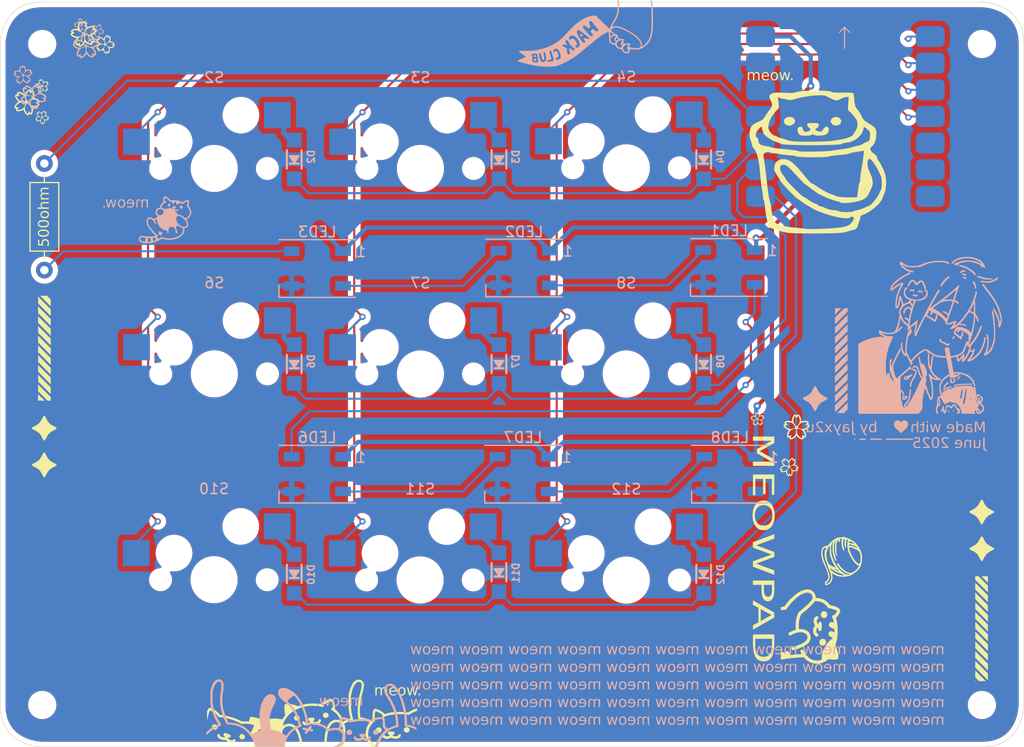
<source format=kicad_pcb>
(kicad_pcb (version 20241229) (generator "pcbnew") (generator_version "9.0")
  (layers (0 "F.Cu" signal) (2 "B.Cu" signal) (13 "F.Paste" user) (15 "B.Paste" user) (5 "F.SilkS" user "F.Silkscreen") (7 "B.SilkS" user "B.Silkscreen") (1 "F.Mask" user) (3 "B.Mask" user) (25 "Edge.Cuts" user))
  (net 0 "")
  (net 1 "ROW0")
  (net 2 "ROW1")
  (net 3 "ROW2")
  (net 4 "+5V")
  (net 5 "GND")
  (net 6 "COL0")
  (net 7 "COL1")
  (net 8 "COL2")
  (net 9 "ENC_A")
  (net 10 "ENC_B")
  (net 11 "ENC_SW")
  (net 12 "RGB")
  (net 13 "Net-(D3-PadA)")
  (net 14 "Net-(D6-PadA)")
  (net 16 "Net-(D2-PadA)")
  (net 17 "Net-(D4-PadA)")
  (net 18 "Net-(D7-PadA)")
  (net 19 "Net-(D8-PadA)")
  (net 20 "Net-(D10-PadA)")
  (net 21 "Net-(D11-PadA)")
  (net 22 "Net-(D12-PadA)")
  (net 23 "COL3")
  (net 24 "Net-(LED1-DIN)")
  (net 25 "Net-(LED2-DIN)")
  (net 27 "Net-(LED7-DOUT)")
  (net 28 "Net-(LED6-DOUT)")
  (net 29 "Net-(LED3-DIN)")
  (net 30 "DOUT0")
  (footprint "LOGO" (layer "F.Cu") (at 161.8 73)
    (property "Reference" "G***" (hide yes))
    (property "Value" "LOGO" (hide yes))
  )
  (footprint "LOGO" (layer "F.Cu") (at 91.873 60.777 10)
    (property "Reference" "G***" (hide yes))
    (property "Value" "LOGO" (hide yes))
  )
  (footprint "LOGO" (layer "F.Cu") (at 156.023 97.527 75)
    (property "Reference" "G***" (hide yes))
    (property "Value" "LOGO" (hide yes))
  )
  (footprint "Resistor_THT:R_Axial_DIN0207_L6.3mm_D2.5mm_P10.16mm_Horizontal" (layer "F.Cu") (at 88.124835 73.166725 -90)
    (property "Reference" "R1" (hide yes))
    (property "Value" "500ohm" (at 5.08 0 90) (layer "F.SilkS"))
    (pad "1" thru_hole circle (at 0 0 270) (size 1.6 1.6) (drill 0.8) (layers "*.Cu" "*.Mask") (net 12 "RGB"))
    (pad "2" thru_hole oval (at 10.16 0 270) (size 1.6 1.6) (drill 0.8) (layers "*.Cu" "*.Mask") (net 29 "Net-(LED3-DIN)"))
  )
  (footprint "JayPad:CherryMX_1.00u_KailhSocket" (layer "F.Cu") (at 104.303 73.637)
    (property "Reference" "S2" (at 0 -8.6625 0) (layer "B.SilkS") (effects (justify mirror)))
    (property "Value" "CherryMX")
    (pad "" np_thru_hole circle (at -5.1 0) (size 1.7 1.7) (drill 1.7) (layers "*.Cu" "*.Mask"))
    (pad "" np_thru_hole circle (at -3.81 -2.54) (size 3 3) (drill 3) (layers "*.Cu" "*.Mask"))
    (pad "" np_thru_hole circle (at 0 0) (size 4 4) (drill 4) (layers "*.Cu" "*.Mask"))
    (pad "" np_thru_hole circle (at 2.54 -5.08) (size 3 3) (drill 3) (layers "*.Cu" "*.Mask"))
    (pad "" np_thru_hole circle (at 5.06 0) (size 1.7 1.7) (drill 1.7) (layers "*.Cu" "*.Mask"))
    (pad "1" smd rect (at -7.41 -2.54) (size 2.55 2.5) (layers "B.Cu" "B.Mask" "B.Paste") (net 7 "COL1"))
    (pad "2" smd rect (at 6.015 -5.08) (size 2.55 2.5) (layers "B.Cu" "B.Mask" "B.Paste") (net 16 "Net-(D2-PadA)"))
  )
  (footprint "LOGO" (layer "F.Cu") (at 159.773 98.277)
    (property "Reference" "G***" (hide yes))
    (property "Value" "LOGO" (hide yes))
  )
  (footprint "LOGO" (layer "F.Cu") (at 159.023 102.027 40)
    (property "Reference" "G***" (hide yes))
    (property "Value" "LOGO" (hide yes))
  )
  (footprint "LOGO" (layer "F.Cu") (at 163.273 117.527 -90)
    (property "Reference" "G***" (hide yes))
    (property "Value" "LOGO" (hide yes))
  )
  (footprint "LOGO" (layer "F.Cu") (at 88.123 98.277)
    (property "Reference" "G***" (hide yes))
    (property "Value" "LOGO" (hide yes))
  )
  (footprint "JayPad:CherryMX_1.00u_KailhSocket" (layer "F.Cu") (at 143.553 112.867)
    (property "Reference" "S12" (at 0 -8.6625 0) (layer "B.SilkS") (effects (justify mirror)))
    (property "Value" "CherryMX")
    (pad "" np_thru_hole circle (at -5.1 0) (size 1.7 1.7) (drill 1.7) (layers "*.Cu" "*.Mask"))
    (pad "" np_thru_hole circle (at -3.81 -2.54) (size 3 3) (drill 3) (layers "*.Cu" "*.Mask"))
    (pad "" np_thru_hole circle (at 0 0) (size 4 4) (drill 4) (layers "*.Cu" "*.Mask"))
    (pad "" np_thru_hole circle (at 2.54 -5.08) (size 3 3) (drill 3) (layers "*.Cu" "*.Mask"))
    (pad "" np_thru_hole circle (at 5.06 0) (size 1.7 1.7) (drill 1.7) (layers "*.Cu" "*.Mask"))
    (pad "1" smd rect (at -7.41 -2.54) (size 2.55 2.5) (layers "B.Cu" "B.Mask" "B.Paste") (net 23 "COL3"))
    (pad "2" smd rect (at 6.015 -5.08) (size 2.55 2.5) (layers "B.Cu" "B.Mask" "B.Paste") (net 22 "Net-(D12-PadA)"))
  )
  (footprint "MountingHole:MountingHole_2.2mm_M2" (layer "F.Cu") (at 177.423 61.777)
    (property "Reference" "REF**" (hide yes))
    (property "Value" "MountingHole_2.2mm_M2" (hide yes))
    (pad "" np_thru_hole circle (at 0 0) (size 2.2 2.2) (drill 2.2) (layers "*.Cu" "*.Mask"))
  )
  (footprint "LOGO" (layer "F.Cu") (at 177.4 110 180)
    (property "Reference" "G***" (hide yes))
    (property "Value" "LOGO" (hide yes))
  )
  (footprint "LOGO" (layer "F.Cu") (at 93.873 61.777 50)
    (property "Reference" "G***" (hide yes))
    (property "Value" "LOGO" (hide yes))
  )
  (footprint "JayPad:CherryMX_1.00u_KailhSocket" (layer "F.Cu") (at 123.943 93.227)
    (property "Reference" "S7" (at 0 -8.6625 0) (layer "B.SilkS") (effects (justify mirror)))
    (property "Value" "CherryMX")
    (pad "" np_thru_hole circle (at -5.1 0) (size 1.7 1.7) (drill 1.7) (layers "*.Cu" "*.Mask"))
    (pad "" np_thru_hole circle (at -3.81 -2.54) (size 3 3) (drill 3) (layers "*.Cu" "*.Mask"))
    (pad "" np_thru_hole circle (at 0 0) (size 4 4) (drill 4) (layers "*.Cu" "*.Mask"))
    (pad "" np_thru_hole circle (at 2.54 -5.08) (size 3 3) (drill 3) (layers "*.Cu" "*.Mask"))
    (pad "" np_thru_hole circle (at 5.06 0) (size 1.7 1.7) (drill 1.7) (layers "*.Cu" "*.Mask"))
    (pad "1" smd rect (at -7.41 -2.54) (size 2.55 2.5) (layers "B.Cu" "B.Mask" "B.Paste") (net 8 "COL2"))
    (pad "2" smd rect (at 6.015 -5.08) (size 2.55 2.5) (layers "B.Cu" "B.Mask" "B.Paste") (net 18 "Net-(D7-PadA)"))
  )
  (footprint "JayPad:CherryMX_1.00u_KailhSocket" (layer "F.Cu") (at 143.543 93.227)
    (property "Reference" "S8" (at 0 -8.6625 0) (layer "B.SilkS") (effects (justify mirror)))
    (property "Value" "CherryMX")
    (pad "" np_thru_hole circle (at -5.1 0) (size 1.7 1.7) (drill 1.7) (layers "*.Cu" "*.Mask"))
    (pad "" np_thru_hole circle (at -3.81 -2.54) (size 3 3) (drill 3) (layers "*.Cu" "*.Mask"))
    (pad "" np_thru_hole circle (at 0 0) (size 4 4) (drill 4) (layers "*.Cu" "*.Mask"))
    (pad "" np_thru_hole circle (at 2.54 -5.08) (size 3 3) (drill 3) (layers "*.Cu" "*.Mask"))
    (pad "" np_thru_hole circle (at 5.06 0) (size 1.7 1.7) (drill 1.7) (layers "*.Cu" "*.Mask"))
    (pad "1" smd rect (at -7.41 -2.54) (size 2.55 2.5) (layers "B.Cu" "B.Mask" "B.Paste") (net 23 "COL3"))
    (pad "2" smd rect (at 6.015 -5.08) (size 2.55 2.5) (layers "B.Cu" "B.Mask" "B.Paste") (net 19 "Net-(D8-PadA)"))
  )
  (footprint "JayPad:CherryMX_1.00u_KailhSocket" (layer "F.Cu") (at 123.943 73.637)
    (property "Reference" "S3" (at 0 -8.6625 0) (layer "B.SilkS") (effects (justify mirror)))
    (property "Value" "CherryMX")
    (pad "" np_thru_hole circle (at -5.1 0) (size 1.7 1.7) (drill 1.7) (layers "*.Cu" "*.Mask"))
    (pad "" np_thru_hole circle (at -3.81 -2.54) (size 3 3) (drill 3) (layers "*.Cu" "*.Mask"))
    (pad "" np_thru_hole circle (at 0 0) (size 4 4) (drill 4) (layers "*.Cu" "*.Mask"))
    (pad "" np_thru_hole circle (at 2.54 -5.08) (size 3 3) (drill 3) (layers "*.Cu" "*.Mask"))
    (pad "" np_thru_hole circle (at 5.06 0) (size 1.7 1.7) (drill 1.7) (layers "*.Cu" "*.Mask"))
    (pad "1" smd rect (at -7.41 -2.54) (size 2.55 2.5) (layers "B.Cu" "B.Mask" "B.Paste") (net 8 "COL2"))
    (pad "2" smd rect (at 6.015 -5.08) (size 2.55 2.5) (layers "B.Cu" "B.Mask" "B.Paste") (net 13 "Net-(D3-PadA)"))
  )
  (footprint "MountingHole:MountingHole_2.2mm_M2" (layer "F.Cu") (at 87.923 61.777)
    (property "Reference" "REF**" (hide yes))
    (property "Value" "MountingHole_2.2mm_M2" (hide yes))
    (pad "" np_thru_hole circle (at 0 0) (size 2.2 2.2) (drill 2.2) (layers "*.Cu" "*.Mask"))
  )
  (footprint "LOGO" (layer "F.Cu") (at 87.873 68.777 115)
    (property "Reference" "G***" (hide yes))
    (property "Value" "LOGO" (hide yes))
  )
  (footprint "LOGO" (layer "F.Cu") (at 177.4 106.5 180)
    (property "Reference" "G***" (hide yes))
    (property "Value" "LOGO" (hide yes))
  )
  (footprint "JayPad:CherryMX_1.00u_KailhSocket" (layer "F.Cu") (at 104.313 93.217)
    (property "Reference" "S6" (at 0 -8.6625 0) (layer "B.SilkS") (effects (justify mirror)))
    (property "Value" "CherryMX")
    (pad "" np_thru_hole circle (at -5.1 0) (size 1.7 1.7) (drill 1.7) (layers "*.Cu" "*.Mask"))
    (pad "" np_thru_hole circle (at -3.81 -2.54) (size 3 3) (drill 3) (layers "*.Cu" "*.Mask"))
    (pad "" np_thru_hole circle (at 0 0) (size 4 4) (drill 4) (layers "*.Cu" "*.Mask"))
    (pad "" np_thru_hole circle (at 2.54 -5.08) (size 3 3) (drill 3) (layers "*.Cu" "*.Mask"))
    (pad "" np_thru_hole circle (at 5.06 0) (size 1.7 1.7) (drill 1.7) (layers "*.Cu" "*.Mask"))
    (pad "1" smd rect (at -7.41 -2.54) (size 2.55 2.5) (layers "B.Cu" "B.Mask" "B.Paste") (net 7 "COL1"))
    (pad "2" smd rect (at 6.015 -5.08) (size 2.55 2.5) (layers "B.Cu" "B.Mask" "B.Paste") (net 14 "Net-(D6-PadA)"))
  )
  (footprint "LOGO" (layer "F.Cu") (at 177.4 117.5 -90)
    (property "Reference" "G***" (hide yes))
    (property "Value" "LOGO" (hide yes))
  )
  (footprint "LOGO" (layer "F.Cu") (at 113.623 125.277)
    (property "Reference" "G***" (hide yes))
    (property "Value" "LOGO" (hide yes))
  )
  (footprint "LOGO" (layer "F.Cu") (at 88.123 101.777)
    (property "Reference" "G***" (hide yes))
    (property "Value" "LOGO" (hide yes))
  )
  (footprint "MountingHole:MountingHole_2.2mm_M2" (layer "F.Cu") (at 177.423 124.777)
    (property "Reference" "REF**" (hide yes))
    (property "Value" "MountingHole_2.2mm_M2" (hide yes))
    (pad "" np_thru_hole circle (at 0 0) (size 2.2 2.2) (drill 2.2) (layers "*.Cu" "*.Mask"))
  )
  (footprint "MountingHole:MountingHole_2.2mm_M2" (layer "F.Cu") (at 87.923 124.777)
    (property "Reference" "REF**" (hide yes))
    (property "Value" "MountingHole_2.2mm_M2" (hide yes))
    (pad "" np_thru_hole circle (at 0 0) (size 2.2 2.2) (drill 2.2) (layers "*.Cu" "*.Mask"))
  )
  (footprint "JayPad:CherryMX_1.00u_KailhSocket" (layer "F.Cu") (at 104.288 112.837)
    (property "Reference" "S10" (at 0 -8.6625 0) (layer "B.SilkS") (effects (justify mirror)))
    (property "Value" "CherryMX")
    (pad "" np_thru_hole circle (at -5.1 0) (size 1.7 1.7) (drill 1.7) (layers "*.Cu" "*.Mask"))
    (pad "" np_thru_hole circle (at -3.81 -2.54) (size 3 3) (drill 3) (layers "*.Cu" "*.Mask"))
    (pad "" np_thru_hole circle (at 0 0) (size 4 4) (drill 4) (layers "*.Cu" "*.Mask"))
    (pad "" np_thru_hole circle (at 2.54 -5.08) (size 3 3) (drill 3) (layers "*.Cu" "*.Mask"))
    (pad "" np_thru_hole circle (at 5.06 0) (size 1.7 1.7) (drill 1.7) (layers "*.Cu" "*.Mask"))
    (pad "1" smd rect (at -7.41 -2.54) (size 2.55 2.5) (layers "B.Cu" "B.Mask" "B.Paste") (net 7 "COL1"))
    (pad "2" smd rect (at 6.015 -5.08) (size 2.55 2.5) (layers "B.Cu" "B.Mask" "B.Paste") (net 20 "Net-(D10-PadA)"))
  )
  (footprint "LOGO" (layer "F.Cu") (at 88.123 90.777 90)
    (property "Reference" "G***" (hide yes))
    (property "Value" "LOGO" (hide yes))
  )
  (footprint "LOGO" (layer "F.Cu") (at 113.559032 125.277 180)
    (property "Reference" "G***" (hide yes))
    (property "Value" "LOGO" (hide yes))
  )
  (footprint "LOGO" (layer "F.Cu") (at 86.373 67.277 50)
    (property "Reference" "G***" (hide yes))
    (property "Value" "LOGO" (hide yes))
  )
  (footprint "LOGO" (layer "F.Cu") (at 87.873 65.777 85)
    (property "Reference" "G***" (hide yes))
    (property "Value" "LOGO" (hide yes))
  )
  (footprint "JayPad:CherryMX_1.00u_KailhSocket" (layer "F.Cu") (at 123.913 112.857)
    (property "Reference" "S11" (at 0 -8.6625 0) (layer "B.SilkS") (effects (justify mirror)))
    (property "Value" "CherryMX")
    (pad "" np_thru_hole circle (at -5.1 0) (size 1.7 1.7) (drill 1.7) (layers "*.Cu" "*.Mask"))
    (pad "" np_thru_hole circle (at -3.81 -2.54) (size 3 3) (drill 3) (layers "*.Cu" "*.Mask"))
    (pad "" np_thru_hole circle (at 0 0) (size 4 4) (drill 4) (layers "*.Cu" "*.Mask"))
    (pad "" np_thru_hole circle (at 2.54 -5.08) (size 3 3) (drill 3) (layers "*.Cu" "*.Mask"))
    (pad "" np_thru_hole circle (at 5.06 0) (size 1.7 1.7) (drill 1.7) (layers "*.Cu" "*.Mask"))
    (pad "1" smd rect (at -7.41 -2.54) (size 2.55 2.5) (layers "B.Cu" "B.Mask" "B.Paste") (net 8 "COL2"))
    (pad "2" smd rect (at 6.015 -5.08) (size 2.55 2.5) (layers "B.Cu" "B.Mask" "B.Paste") (net 21 "Net-(D11-PadA)"))
  )
  (footprint "JayPad:CherryMX_1.00u_KailhSocket" (layer "F.Cu") (at 143.553 73.577)
    (property "Reference" "S4" (at 0 -8.6625 0) (layer "B.SilkS") (effects (justify mirror)))
    (property "Value" "CherryMX")
    (pad "" np_thru_hole circle (at -5.1 0) (size 1.7 1.7) (drill 1.7) (layers "*.Cu" "*.Mask"))
    (pad "" np_thru_hole circle (at -3.81 -2.54) (size 3 3) (drill 3) (layers "*.Cu" "*.Mask"))
    (pad "" np_thru_hole circle (at 0 0) (size 4 4) (drill 4) (layers "*.Cu" "*.Mask"))
    (pad "" np_thru_hole circle (at 2.54 -5.08) (size 3 3) (drill 3) (layers "*.Cu" "*.Mask"))
    (pad "" np_thru_hole circle (at 5.06 0) (size 1.7 1.7) (drill 1.7) (layers "*.Cu" "*.Mask"))
    (pad "1" smd rect (at -7.41 -2.54) (size 2.55 2.5) (layers "B.Cu" "B.Mask" "B.Paste") (net 23 "COL3"))
    (pad "2" smd rect (at 6.015 -5.08) (size 2.55 2.5) (layers "B.Cu" "B.Mask" "B.Paste") (net 17 "Net-(D4-PadA)"))
  )
  (footprint "LOGO" (layer "F.Cu") (at 164.073 111.027 -90)
    (property "Reference" "G***" (hide yes))
    (property "Value" "LOGO" (hide yes))
  )
  (footprint "JayPad:MICROBUILDER_SOD-123" (layer "B.Cu") (at 131.423 72.777 -90)
    (property "Reference" "D3" (at -1 -2 90) (layer "B.SilkS") (effects (font (size 0.666496 0.666496) (thickness 0.146304)) (justify left bottom mirror)))
    (property "Value" "1N4148W" (hide yes))
    (pad "A" smd rect (at -1.85 0) (size 1.4 1.4) (layers "B.Cu" "B.Mask" "B.Paste") (net 13 "Net-(D3-PadA)"))
    (pad "C" smd rect (at 1.85 0) (size 1.4 1.4) (layers "B.Cu" "B.Mask" "B.Paste") (net 1 "ROW0"))
  )
  (footprint "JayPad:MOUDLE14P-SMD-2.54-21X17.8MM" (layer "B.Cu") (at 173.3405 79.182 180)
    (property "Reference" "M1" (hide yes))
    (property "Value" "MOUDLE-SEEEDUINO-XIAO" (hide yes))
    (pad "1" smd roundrect (at 0.835 18.12 180) (size 2.75 2) (layers "B.Cu" "B.Mask" "B.Paste") (net 6 "COL0"))
    (pad "2" smd roundrect (at 0.835 15.58 180) (size 2.75 2) (layers "B.Cu" "B.Mask" "B.Paste") (net 7 "COL1"))
    (pad "3" smd roundrect (at 0.835 13.04 180) (size 2.75 2) (layers "B.Cu" "B.Mask" "B.Paste") (net 8 "COL2"))
    (pad "4" smd roundrect (at 0.835 10.5 180) (size 2.75 2) (layers "B.Cu" "B.Mask" "B.Paste") (net 23 "COL3"))
    (pad "5" smd roundrect (at 0.835 7.96 180) (size 2.75 2) (layers "B.Cu" "B.Mask" "B.Paste") (net 11 "ENC_SW"))
    (pad "6" smd roundrect (at 0.835 5.42 180) (size 2.75 2) (layers "B.Cu" "B.Mask" "B.Paste") (net 9 "ENC_A"))
    (pad "7" smd roundrect (at 0.835 2.88 180) (size 2.75 2) (layers "B.Cu" "B.Mask" "B.Paste") (net 10 "ENC_B"))
    (pad "8" smd roundrect (at 17 2.88 180) (size 2.75 2) (layers "B.Cu" "B.Mask" "B.Paste") (net 3 "ROW2"))
    (pad "9" smd roundrect (at 17 5.42 180) (size 2.75 2) (layers "B.Cu" "B.Mask" "B.Paste") (net 2 "ROW1"))
    (pad "10" smd roundrect (at 17 7.96 180) (size 2.75 2) (layers "B.Cu" "B.Mask" "B.Paste") (net 1 "ROW0"))
    (pad "11" smd roundrect (at 17 10.5 180) (size 2.75 2) (layers "B.Cu" "B.Mask" "B.Paste") (net 12 "RGB"))
    (pad "12" smd roundrect (at 17 13.04 180) (size 2.75 2) (layers "B.Cu" "B.Mask" "B.Paste"))
    (pad "13" smd roundrect (at 17 15.58 180) (size 2.75 2) (layers "B.Cu" "B.Mask" "B.Paste") (net 5 "GND"))
    (pad "14" smd roundrect (at 17 18.12 180) (size 2.75 2) (layers "B.Cu" "B.Mask" "B.Paste") (net 4 "+5V"))
  )
  (footprint "LOGO" (layer "B.Cu") (at 173.15484 89.515131 180)
    (property "Reference" "G***" (hide yes))
    (property "Value" "LOGO" (hide yes))
  )
  (footprint "JayPad:MICROBUILDER_SOD-123" (layer "B.Cu") (at 150.923 112.277 -90)
    (property "Reference" "D12" (at -1 -2 90) (layer "B.SilkS") (effects (font (size 0.666496 0.666496) (thickness 0.146304)) (justify left bottom mirror)))
    (property "Value" "1N4148W" (hide yes))
    (pad "A" smd rect (at -1.85 0) (size 1.4 1.4) (layers "B.Cu" "B.Mask" "B.Paste") (net 22 "Net-(D12-PadA)"))
    (pad "C" smd rect (at 1.85 0) (size 1.4 1.4) (layers "B.Cu" "B.Mask" "B.Paste") (net 3 "ROW2"))
  )
  (footprint "LOGO" (layer "B.Cu") (at 99.623 78.527 180)
    (property "Reference" "G***" (hide yes))
    (property "Value" "LOGO" (hide yes))
  )
  (footprint "LOGO" (layer "B.Cu") (at 164.023 91.9524 -90)
    (property "Reference" "G***" (hide yes))
    (property "Value" "LOGO" (hide yes))
  )
  (footprint "LOGO" (layer "B.Cu") (at 87.123 66.777 80)
    (property "Reference" "G***" (hide yes))
    (property "Value" "LOGO" (hide yes))
  )
  (footprint "LOGO" (layer "B.Cu") (at 161.523 95.4524 180)
    (property "Reference" "G***" (hide yes))
    (property "Value" "LOGO" (hide yes))
  )
  (footprint "LED_SMD:LED_WS2812B_PLCC4_5.0x5.0mm_P3.2mm" (layer "B.Cu") (at 114.123 102.777 180)
    (property "Reference" "LED6" (at 0 3.5 0) (layer "B.SilkS") (effects (justify mirror)))
    (property "Value" "WS2812B" (hide yes))
    (fp_text user "1" (at -4.15 1.6 0) (layer "B.SilkS") (effects (justify mirror)))
    (pad "1" smd rect (at -2.45 1.65 180) (size 1.5 0.9) (layers "B.Cu" "B.Mask" "B.Paste") (net 4 "+5V"))
    (pad "2" smd rect (at -2.45 -1.65 180) (size 1.5 0.9) (layers "B.Cu" "B.Mask" "B.Paste") (net 28 "Net-(LED6-DOUT)"))
    (pad "3" smd rect (at 2.45 -1.65 180) (size 1.5 0.9) (layers "B.Cu" "B.Mask" "B.Paste") (net 5 "GND"))
    (pad "4" smd rect (at 2.45 1.65 180) (size 1.5 0.9) (layers "B.Cu" "B.Mask" "B.Paste") (net 30 "DOUT0"))
  )
  (footprint "JayPad:MICROBUILDER_SOD-123" (layer "B.Cu") (at 111.923 72.777 -90)
    (property "Reference" "D2" (at -1 -2 90) (layer "B.SilkS") (effects (font (size 0.666496 0.666496) (thickness 0.146304)) (justify left bottom mirror)))
    (property "Value" "1N4148W" (hide yes))
    (pad "A" smd rect (at -1.85 0) (size 1.4 1.4) (layers "B.Cu" "B.Mask" "B.Paste") (net 16 "Net-(D2-PadA)"))
    (pad "C" smd rect (at 1.85 0) (size 1.4 1.4) (layers "B.Cu" "B.Mask" "B.Paste") (net 1 "ROW0"))
  )
  (footprint "JayPad:MICROBUILDER_SOD-123" (layer "B.Cu") (at 111.923 112.277 -90)
    (property "Reference" "D10" (at -1 -2 90) (layer "B.SilkS") (effects (font (size 0.666496 0.666496) (thickness 0.146304)) (justify left bottom mirror)))
    (property "Value" "1N4148W" (hide yes))
    (pad "A" smd rect (at -1.85 0) (size 1.4 1.4) (layers "B.Cu" "B.Mask" "B.Paste") (net 20 "Net-(D10-PadA)"))
    (pad "C" smd rect (at 1.85 0) (size 1.4 1.4) (layers "B.Cu" "B.Mask" "B.Paste") (net 3 "ROW2"))
  )
  (footprint "LOGO" (layer "B.Cu") (at 93.11015 60.527 -65)
    (property "Reference" "G***" (hide yes))
    (property "Value" "LOGO" (hide yes))
  )
  (footprint "LED_SMD:LED_WS2812B_PLCC4_5.0x5.0mm_P3.2mm" (layer "B.Cu") (at 153.323 83.077 180)
    (property "Reference" "LED1" (at 0 3.5 0) (layer "B.SilkS") (effects (justify mirror)))
    (property "Value" "WS2812B" (hide yes))
    (fp_text user "1" (at -4.15 1.6 0) (layer "B.SilkS") (effects (justify mirror)))
    (pad "1" smd rect (at -2.45 1.65 180) (size 1.5 0.9) (layers "B.Cu" "B.Mask" "B.Paste") (net 4 "+5V"))
    (pad "2" smd rect (at -2.45 -1.65 180) (size 1.5 0.9) (layers "B.Cu" "B.Mask" "B.Paste") (net 30 "DOUT0"))
    (pad "3" smd rect (at 2.45 -1.65 180) (size 1.5 0.9) (layers "B.Cu" "B.Mask" "B.Paste") (net 5 "GND"))
    (pad "4" smd rect (at 2.45 1.65 180) (size 1.5 0.9) (layers "B.Cu" "B.Mask" "B.Paste") (net 24 "Net-(LED1-DIN)"))
  )
  (footprint "LOGO" (layer "B.Cu") (at 139.673 61.227 180)
    (property "Reference" "G***" (hide yes))
    (property "Value" "LOGO" (hide yes))
  )
  (footprint "JayPad:MICROBUILDER_SOD-123" (layer "B.Cu") (at 150.923 72.777 -90)
    (property "Reference" "D4" (at -1 -2 90) (layer "B.SilkS") (effects (font (size 0.666496 0.666496) (thickness 0.146304)) (justify left bottom mirror)))
    (property "Value" "1N4148W" (hide yes))
    (pad "A" smd rect (at -1.85 0) (size 1.4 1.4) (layers "B.Cu" "B.Mask" "B.Paste") (net 17 "Net-(D4-PadA)"))
    (pad "C" smd rect (at 1.85 0) (size 1.4 1.4) (layers "B.Cu" "B.Mask" "B.Paste") (net 1 "ROW0"))
  )
  (footprint "JayPad:MICROBUILDER_SOD-123" (layer "B.Cu") (at 131.423 92.277 -90)
    (property "Reference" "D7" (at -1 -2 90) (layer "B.SilkS") (effects (font (size 0.666496 0.666496) (thickness 0.146304)) (justify left bottom mirror)))
    (property "Value" "1N4148W" (hide yes))
    (pad "A" smd rect (at -1.85 0) (size 1.4 1.4) (layers "B.Cu" "B.Mask" "B.Paste") (net 18 "Net-(D7-PadA)"))
    (pad "C" smd rect (at 1.85 0) (size 1.4 1.4) (layers "B.Cu" "B.Mask" "B.Paste") (net 2 "ROW1"))
  )
  (footprint "LOGO" (layer "B.Cu") (at 86.123 64.777 40)
    (property "Reference" "G***" (hide yes))
    (property "Value" "LOGO" (hide yes))
  )
  (footprint "LED_SMD:LED_WS2812B_PLCC4_5.0x5.0mm_P3.2mm" (layer "B.Cu") (at 114.123 83.177 180)
    (property "Reference" "LED3" (at 0 3.5 0) (layer "B.SilkS") (effects (justify mirror)))
    (property "Value" "WS2812B" (hide yes))
    (fp_text user "1" (at -4.15 1.6 0) (layer "B.SilkS") (effects (justify mirror)))
    (pad "1" smd rect (at -2.45 1.65 180) (size 1.5 0.9) (layers "B.Cu" "B.Mask" "B.Paste") (net 4 "+5V"))
    (pad "2" smd rect (at -2.45 -1.65 180) (size 1.5 0.9) (layers "B.Cu" "B.Mask" "B.Paste") (net 25 "Net-(LED2-DIN)"))
    (pad "3" smd rect (at 2.45 -1.65 180) (size 1.5 0.9) (layers "B.Cu" "B.Mask" "B.Paste") (net 5 "GND"))
    (pad "4" smd rect (at 2.45 1.65 180) (size 1.5 0.9) (layers "B.Cu" "B.Mask" "B.Paste") (net 29 "Net-(LED3-DIN)"))
  )
  (footprint "LED_SMD:LED_WS2812B_PLCC4_5.0x5.0mm_P3.2mm" (layer "B.Cu") (at 133.723 102.777 180)
    (property "Reference" "LED7" (at 0 3.5 0) (layer "B.SilkS") (effects (justify mirror)))
    (property "Value" "WS2812B" (hide yes))
    (fp_text user "1" (at -4.15 1.6 0) (layer "B.SilkS") (effects (justify mirror)))
    (pad "1" smd rect (at -2.45 1.65 180) (size 1.5 0.9) (layers "B.Cu" "B.Mask" "B.Paste") (net 4 "+5V"))
    (pad "2" smd rect (at -2.45 -1.65 180) (size 1.5 0.9) (layers "B.Cu" "B.Mask" "B.Paste") (net 27 "Net-(LED7-DOUT)"))
    (pad "3" smd rect (at 2.45 -1.65 180) (size 1.5 0.9) (layers "B.Cu" "B.Mask" "B.Paste") (net 5 "GND"))
    (pad "4" smd rect (at 2.45 1.65 180) (size 1.5 0.9) (layers "B.Cu" "B.Mask" "B.Paste") (net 28 "Net-(LED6-DOUT)"))
  )
  (footprint "LOGO" (layer "B.Cu") (at 169.723 98.2524 180)
    (property "Reference" "G***" (hide yes))
    (property "Value" "LOGO" (hide yes))
  )
  (footprint "JayPad:MICROBUILDER_SOD-123" (layer "B.Cu") (at 131.423 112.127 -90)
    (property "Reference" "D11" (at -1 -2 90) (layer "B.SilkS") (effects (font (size 0.666496 0.666496) (thickness 0.146304)) (justify left bottom mirror)))
    (property "Value" "1N4148W" (hide yes))
    (pad "A" smd rect (at -1.85 0) (size 1.4 1.4) (layers "B.Cu" "B.Mask" "B.Paste") (net 21 "Net-(D11-PadA)"))
    (pad "C" smd rect (at 1.85 0) (size 1.4 1.4) (layers "B.Cu" "B.Mask" "B.Paste") (net 3 "ROW2"))
  )
  (footprint "LOGO" (layer "B.Cu") (at 92.123 62.027 40)
    (property "Reference" "G***" (hide yes))
    (property "Value" "LOGO" (hide yes))
  )
  (footprint "LED_SMD:LED_WS2812B_PLCC4_5.0x5.0mm_P3.2mm" (layer "B.Cu") (at 153.423 102.777 180)
    (property "Reference" "LED8" (at 0 3.5 0) (layer "B.SilkS") (effects (justify mirror)))
    (property "Value" "WS2812B" (hide yes))
    (fp_text user "1" (at -4.15 1.6 0) (layer "B.SilkS") (effects (justify mirror)))
    (pad "1" smd rect (at -2.45 1.65 180) (size 1.5 0.9) (layers "B.Cu" "B.Mask" "B.Paste") (net 4 "+5V"))
    (pad "2" smd rect (at -2.45 -1.65 180) (size 1.5 0.9) (layers "B.Cu" "B.Mask" "B.Paste"))
    (pad "3" smd rect (at 2.45 -1.65 180) (size 1.5 0.9) (layers "B.Cu" "B.Mask" "B.Paste") (net 5 "GND"))
    (pad "4" smd rect (at 2.45 1.65 180) (size 1.5 0.9) (layers "B.Cu" "B.Mask" "B.Paste") (net 27 "Net-(LED7-DOUT)"))
  )
  (footprint "LED_SMD:LED_WS2812B_PLCC4_5.0x5.0mm_P3.2mm" (layer "B.Cu") (at 133.823 83.127 180)
    (property "Reference" "LED2" (at 0 3.45 0) (layer "B.SilkS") (effects (justify mirror)))
    (property "Value" "WS2812B" (hide yes))
    (fp_text user "1" (at -4.15 1.6 0) (layer "B.SilkS") (effects (justify mirror)))
    (pad "1" smd rect (at -2.45 1.65 180) (size 1.5 0.9) (layers "B.Cu" "B.Mask" "B.Paste") (net 4 "+5V"))
    (pad "2" smd rect (at -2.45 -1.65 180) (size 1.5 0.9) (layers "B.Cu" "B.Mask" "B.Paste") (net 24 "Net-(LED1-DIN)"))
    (pad "3" smd rect (at 2.45 -1.65 180) (size 1.5 0.9) (layers "B.Cu" "B.Mask" "B.Paste") (net 5 "GND"))
    (pad "4" smd rect (at 2.45 1.65 180) (size 1.5 0.9) (layers "B.Cu" "B.Mask" "B.Paste") (net 25 "Net-(LED2-DIN)"))
  )
  (footprint "LOGO" (layer "B.Cu") (at 91.61015 60.027 -25)
    (property "Reference" "G***" (hide yes))
    (property "Value" "LOGO" (hide yes))
  )
  (footprint "JayPad:MICROBUILDER_SOD-123" (layer "B.Cu") (at 150.923 92.277 -90)
    (property "Reference" "D8" (at -1 -2 90) (layer "B.SilkS") (effects (font (size 0.666496 0.666496) (thickness 0.146304)) (justify left bottom mirror)))
    (property "Value" "1N4148W" (hide yes))
    (pad "A" smd rect (at -1.85 0) (size 1.4 1.4) (layers "B.Cu" "B.Mask" "B.Paste") (net 19 "Net-(D8-PadA)"))
    (pad "C" smd rect (at 1.85 0) (size 1.4 1.4) (layers "B.Cu" "B.Mask" "B.Paste") (net 2 "ROW1"))
  )
  (footprint "JayPad:MICROBUILDER_SOD-123" (layer "B.Cu") (at 111.923 92.277 -90)
    (property "Reference" "D6" (at -1 -2 90) (layer "B.SilkS") (effects (font (size 0.666496 0.666496) (thickness 0.146304)) (justify left bottom mirror)))
    (property "Value" "1N4148W" (hide yes))
    (pad "A" smd rect (at -1.85 0) (size 1.4 1.4) (layers "B.Cu" "B.Mask" "B.Paste") (net 14 "Net-(D6-PadA)"))
    (pad "C" smd rect (at 1.85 0) (size 1.4 1.4) (layers "B.Cu" "B.Mask" "B.Paste") (net 2 "ROW1"))
  )
  (gr_rect (start 165.823 99.427) (end 166.323 99.4524) (stroke (width 0.1)) (fill no) (layer "B.SilkS"))
  (gr_rect (start 168.323 99.427) (end 170.823 99.4524) (stroke (width 0.1)) (fill no) (layer "B.SilkS"))
  (gr_rect (start 165.2976 99.427) (end 165.323 99.4524) (stroke (width 0.1)) (fill no) (layer "B.SilkS"))
  (gr_rect (start 166.823 99.427) (end 167.823 99.4524) (stroke (width 0.1)) (fill no) (layer "B.SilkS"))
  (gr_line (start 83.923 124.777) (end 83.923 61.777) (stroke (width 0.05)) (layer "Edge.Cuts"))
  (gr_line (start 181.423 124.777) (end 181.423 61.777) (stroke (width 0.05)) (layer "Edge.Cuts"))
  (gr_curve (pts (xy 83.923 124.777) (xy 83.923 128.777) (xy 87.923 128.777) (xy 87.923 128.777)) (stroke (width 0.05)) (layer "Edge.Cuts"))
  (gr_curve (pts (xy 87.923 57.777) (xy 83.923 57.777) (xy 83.923 61.777) (xy 83.923 61.777)) (stroke (width 0.05)) (layer "Edge.Cuts"))
  (gr_line (start 177.423 57.777) (end 87.923 57.777) (stroke (width 0.05)) (layer "Edge.Cuts"))
  (gr_line (start 87.923 128.777) (end 177.423 128.777) (stroke (width 0.05)) (layer "Edge.Cuts"))
  (gr_curve (pts (xy 177.423 128.777) (xy 181.423 128.777) (xy 181.423 124.777) (xy 181.423 124.777)) (stroke (width 0.05)) (layer "Edge.Cuts"))
  (gr_curve (pts (xy 181.423 61.777) (xy 181.423 57.777) (xy 177.423 57.777) (xy 177.423 57.777)) (stroke (width 0.05)) (layer "Edge.Cuts"))
  (gr_text "meow." (at 119.523 124.027 0) (layer "F.SilkS") (effects (font (size 1 1)) (justify left bottom)))
  (gr_text "MEOWPAD" (at 155.273 98.777 270) (layer "F.SilkS") (effects (font (size 2 3)) (justify left bottom)))
  (gr_text "meow." (at 155 65.4 0) (layer "F.SilkS") (effects (font (size 1 1)) (justify left bottom)))
  (gr_text "meow meow meow meow meow meow meow meow meow meow meow\nmeow meow meow meow meow meow meow meow meow meow meow\nmeow meow meow meow meow meow meow meow meow meow meow\nmeow meow meow meow meow meow meow meow meow meow meow\nmeow meow meow meow meow meow meow meow meow meow meow" (at 173.873 126.827 0) (layer "B.SilkS") (effects (font (size 1 1)) (justify left bottom mirror)))
  (gr_text "Made with       by Jayx2u" (at 177.823 98.9524 0) (layer "B.SilkS") (effects (font (size 1 1) (thickness 0.1)) (justify left bottom mirror)))
  (gr_text "meow." (at 98.123 77.527 0) (layer "B.SilkS") (effects (font (size 1 1)) (justify left bottom mirror)))
  (gr_text "meow." (at 118.509032 125.027 0) (layer "B.SilkS") (effects (font (size 1 1)) (justify left bottom mirror)))
  (gr_text "June 2025" (at 177.823 100.4524 0) (layer "B.SilkS") (effects (font (size 1 1) (thickness 0.1)) (justify left bottom mirror)))
  (segment (start 150.923 74.627) (end 152.9355 74.627) (width 0.2) (layer "B.Cu") (net 1))
  (segment (start 113.287 75.991) (end 111.923 74.627) (width 0.2) (layer "B.Cu") (net 1))
  (segment (start 152.9355 74.627) (end 156.3405 71.222) (width 0.2) (layer "B.Cu") (net 1))
  (segment (start 131.423 74.627) (end 132.787 75.991) (width 0.2) (layer "B.Cu") (net 1))
  (segment (start 130.059 75.991) (end 113.287 75.991) (width 0.2) (layer "B.Cu") (net 1))
  (segment (start 131.423 74.627) (end 130.059 75.991) (width 0.2) (layer "B.Cu") (net 1))
  (segment (start 132.787 75.991) (end 149.559 75.991) (width 0.2) (layer "B.Cu") (net 1))
  (segment (start 149.559 75.991) (end 150.923 74.627) (width 0.2) (layer "B.Cu") (net 1))
  (segment (start 154.723 78.277) (end 154.123 77.677) (width 0.2) (layer "B.Cu") (net 2))
  (segment (start 154.123 77.677) (end 154.123 74.977) (width 0.2) (layer "B.Cu") (net 2))
  (segment (start 131.423 94.477) (end 132.527 95.581) (width 0.2) (layer "B.Cu") (net 2))
  (segment (start 155.338 73.762) (end 156.3405 73.762) (width 0.2) (layer "B.Cu") (net 2))
  (segment (start 130.319 95.581) (end 131.423 94.477) (width 0.2) (layer "B.Cu") (net 2))
  (segment (start 111.923 94.477) (end 113.027 95.581) (width 0.2) (layer "B.Cu") (net 2))
  (segment (start 152.423 94.277) (end 158.723 87.977) (width 0.2) (layer "B.Cu") (net 2))
  (segment (start 150.923 94.277) (end 152.423 94.277) (width 0.2) (layer "B.Cu") (net 2))
  (segment (start 156.923 78.277) (end 154.723 78.277) (width 0.2) (layer "B.Cu") (net 2))
  (segment (start 154.123 74.977) (end 155.338 73.762) (width 0.2) (layer "B.Cu") (net 2))
  (segment (start 132.527 95.581) (end 149.619 95.581) (width 0.2) (layer "B.Cu") (net 2))
  (segment (start 158.723 80.077) (end 156.923 78.277) (width 0.2) (layer "B.Cu") (net 2))
  (segment (start 113.027 95.581) (end 130.319 95.581) (width 0.2) (layer "B.Cu") (net 2))
  (segment (start 149.619 95.581) (end 150.923 94.277) (width 0.2) (layer "B.Cu") (net 2))
  (segment (start 158.723 87.977) (end 158.723 80.077) (width 0.2) (layer "B.Cu") (net 2))
  (segment (start 131.423 113.977) (end 132.667 115.221) (width 0.2) (layer "B.Cu") (net 3))
  (segment (start 150.923 113.227) (end 150.923 114.127) (width 0.2) (layer "B.Cu") (net 3))
  (segment (start 113.157 115.211) (end 130.189 115.211) (width 0.2) (layer "B.Cu") (net 3))
  (segment (start 132.667 115.221) (end 149.829 115.221) (width 0.2) (layer "B.Cu") (net 3))
  (segment (start 111.923 113.977) (end 113.157 115.211) (width 0.2) (layer "B.Cu") (net 3))
  (segment (start 149.829 115.221) (end 150.923 114.127) (width 0.2) (layer "B.Cu") (net 3))
  (segment (start 158.223 95.377) (end 159.723 96.877) (width 0.2) (layer "B.Cu") (net 3))
  (segment (start 157.7155 76.302) (end 159.723 78.3095) (width 0.2) (layer "B.Cu") (net 3))
  (segment (start 159.723 96.877) (end 159.723 104.427) (width 0.2) (layer "B.Cu") (net 3))
  (segment (start 130.189 115.211) (end 131.423 113.977) (width 0.2) (layer "B.Cu") (net 3))
  (segment (start 158.223 91.077) (end 158.223 95.377) (width 0.2) (layer "B.Cu") (net 3))
  (segment (start 159.723 89.577) (end 158.223 91.077) (width 0.2) (layer "B.Cu") (net 3))
  (segment (start 159.723 104.427) (end 150.923 113.227) (width 0.2) (layer "B.Cu") (net 3))
  (segment (start 159.723 78.3095) (end 159.723 89.577) (width 0.2) (layer "B.Cu") (net 3))
  (segment (start 156.3405 76.302) (end 157.7155 76.302) (width 0.2) (layer "B.Cu") (net 3))
  (segment (start 159.923 76.777) (end 157.423 79.277) (width 0.2) (layer "F.Cu") (net 4))
  (segment (start 157.423 79.277) (end 157.423 94.877) (width 0.4) (layer "F.Cu") (net 4))
  (segment (start 157.423 94.877) (end 156.023 96.277) (width 0.4) (layer "F.Cu") (net 4))
  (segment (start 156.423 80.277) (end 155.922976 80.277) (width 0.4) (layer "F.Cu") (net 4))
  (segment (start 159.923 76.777) (end 159.923 66.976994) (width 0.4) (layer "F.Cu") (net 4))
  (segment (start 159.923 76.777) (end 156.423 80.277) (width 0.4) (layer "F.Cu") (net 4))
  (segment (start 159.923 66.976994) (end 161.122994 65.777) (width 0.4) (layer "F.Cu") (net 4))
  (via (at 155.922976 80.277) (size 0.7) (drill 0.3) (layers "F.Cu" "B.Cu") (net 4))
  (via (at 156.023 96.277) (size 0.7) (drill 0.3) (layers "F.Cu" "B.Cu") (net 4))
  (via (at 161.122994 65.777) (size 0.7) (drill 0.3) (layers "F.Cu" "B.Cu") (net 4))
  (segment (start 161.122994 62.976994) (end 161.122994 65.777) (width 0.4) (layer "B.Cu") (net 4))
  (segment (start 136.173 101.127) (end 134.75 99.704) (width 0.4) (layer "B.Cu") (net 4))
  (segment (start 117.996 99.704) (end 116.573 101.127) (width 0.4) (layer "B.Cu") (net 4))
  (segment (start 138.473 79.277) (end 136.273 81.477) (width 0.4) (layer "B.Cu") (net 4))
  (segment (start 155.923 96.377) (end 156.023 96.277) (width 0.4) (layer "B.Cu") (net 4))
  (segment (start 134.75 99.704) (end 117.996 99.704) (width 0.4) (layer "B.Cu") (net 4))
  (segment (start 116.573 81.527) (end 114.323 79.277) (width 0.4) (layer "B.Cu") (net 4))
  (segment (start 155.922976 80.277) (end 155.922976 81.277024) (width 0.4) (layer "B.Cu") (net 4))
  (segment (start 155.923 101.077) (end 155.923 96.377) (width 0.4) (layer "B.Cu") (net 4))
  (segment (start 156.3405 61.062) (end 159.208 61.062) (width 0.4) (layer "B.Cu") (net 4))
  (segment (start 155.923 101.077) (end 155.873 101.127) (width 0.2) (layer "B.Cu") (net 4))
  (segment (start 155.873 101.127) (end 155.573 101.127) (width 0.4) (layer "B.Cu") (net 4))
  (segment (start 154.15 99.704) (end 137.596 99.704) (width 0.4) (layer "B.Cu") (net 4))
  (segment (start 153.623 79.277) (end 138.473 79.277) (width 0.4) (layer "B.Cu") (net 4))
  (segment (start 137.596 99.704) (end 136.173 101.127) (width 0.4) (layer "B.Cu") (net 4))
  (segment (start 155.573 101.127) (end 154.15 99.704) (width 0.4) (layer "B.Cu") (net 4))
  (segment (start 134.073 79.277) (end 118.823 79.277) (width 0.4) (layer "B.Cu") (net 4))
  (segment (start 118.823 79.277) (end 116.573 81.527) (width 0.4) (layer "B.Cu") (net 4))
  (segment (start 159.208 61.062) (end 161.122994 62.976994) (width 0.4) (layer "B.Cu") (net 4))
  (segment (start 155.922976 81.277024) (end 155.773 81.427) (width 0.2) (layer "B.Cu") (net 4))
  (segment (start 136.273 81.477) (end 134.073 79.277) (width 0.4) (layer "B.Cu") (net 4))
  (segment (start 155.773 81.427) (end 153.623 79.277) (width 0.4) (layer "B.Cu") (net 4))
  (segment (start 160.573 67.677) (end 156.498 63.602) (width 0.2) (layer "B.Cu") (net 5))
  (segment (start 156.498 63.602) (end 156.3405 63.602) (width 0.2) (layer "B.Cu") (net 5))
  (segment (start 170.423 61.277) (end 170.123 61.277) (width 0.2) (layer "F.Cu") (net 6))
  (via (at 170.423 61.277) (size 0.6) (drill 0.3) (layers "F.Cu" "B.Cu") (net 6))
  (segment (start 172.5055 61.062) (end 170.638 61.062) (width 0.2) (layer "B.Cu") (net 6))
  (segment (start 98.923 68.277) (end 106.423 60.777) (width 0.2) (layer "F.Cu") (net 7))
  (segment (start 98.923 68.277) (end 97.999 69.201) (width 0.2) (layer "F.Cu") (net 7))
  (segment (start 98.009 88.691) (end 98.009 106.363) (width 0.2) (layer "F.Cu") (net 7))
  (segment (start 97.999 69.201) (end 97.999 86.853) (width 0.2) (layer "F.Cu") (net 7))
  (segment (start 98.923 87.777) (end 98.009 88.691) (width 0.2) (layer "F.Cu") (net 7))
  (segment (start 106.423 60.777) (end 167.423 60.777) (width 0.2) (layer "F.Cu") (net 7))
  (segment (start 97.999 86.853) (end 98.923 87.777) (width 0.2) (layer "F.Cu") (net 7))
  (segment (start 167.423 60.777) (end 170.423 63.777) (width 0.2) (layer "F.Cu") (net 7))
  (segment (start 98.009 106.363) (end 98.923 107.277) (width 0.2) (layer "F.Cu") (net 7))
  (via (at 170.423 63.777) (size 0.6) (drill 0.3) (layers "F.Cu" "B.Cu") (net 7))
  (via (at 98.923 87.777) (size 0.6) (drill 0.3) (layers "F.Cu" "B.Cu") (net 7))
  (via (at 98.923 68.277) (size 0.6) (drill 0.3) (layers "F.Cu" "B.Cu") (net 7))
  (via (at 98.923 107.277) (size 0.6) (drill 0.3) (layers "F.Cu" "B.Cu") (net 7))
  (segment (start 96.893 70.307) (end 98.923 68.277) (width 0.2) (layer "B.Cu") (net 7))
  (segment (start 96.903 90.677) (end 96.903 89.797) (width 0.2) (layer "B.Cu") (net 7))
  (segment (start 96.878 109.322) (end 98.923 107.277) (width 0.2) (layer "B.Cu") (net 7))
  (segment (start 96.893 71.097) (end 96.893 70.307) (width 0.2) (layer "B.Cu") (net 7))
  (segment (start 96.878 110.297) (end 96.878 109.322) (width 0.2) (layer "B.Cu") (net 7))
  (segment (start 96.903 89.797) (end 98.923 87.777) (width 0.2) (layer "B.Cu") (net 7))
  (segment (start 172.5055 63.602) (end 170.598 63.602) (width 0.2) (layer "B.Cu") (net 7))
  (segment (start 165.923 61.777) (end 170.423 66.277) (width 0.2) (layer "F.Cu") (net 8))
  (segment (start 118.423 87.777) (end 117.639 88.561) (width 0.2) (layer "F.Cu") (net 8))
  (segment (start 117.639 88.561) (end 117.639 106.493) (width 0.2) (layer "F.Cu") (net 8))
  (segment (start 117.639 86.993) (end 118.423 87.777) (width 0.2) (layer "F.Cu") (net 8))
  (segment (start 118.423 68.277) (end 117.639 69.061) (width 0.2) (layer "F.Cu") (net 8))
  (segment (start 118.423 68.277) (end 124.923 61.777) (width 0.2) (layer "F.Cu") (net 8))
  (segment (start 117.639 69.061) (end 117.639 86.993) (width 0.2) (layer "F.Cu") (net 8))
  (segment (start 124.923 61.777) (end 165.923 61.777) (width 0.2) (layer "F.Cu") (net 8))
  (segment (start 117.639 106.493) (end 118.423 107.277) (width 0.2) (layer "F.Cu") (net 8))
  (via (at 118.423 68.277) (size 0.6) (drill 0.3) (layers "F.Cu" "B.Cu") (net 8))
  (via (at 118.423 107.277) (size 0.6) (drill 0.3) (layers "F.Cu" "B.Cu") (net 8))
  (via (at 170.423 66.277) (size 0.6) (drill 0.3) (layers "F.Cu" "B.Cu") (net 8))
  (via (at 118.423 87.777) (size 0.6) (drill 0.3) (layers "F.Cu" "B.Cu") (net 8))
  (segment (start 116.533 70.167) (end 118.423 68.277) (width 0.2) (layer "B.Cu") (net 8))
  (segment (start 116.503 109.197) (end 118.423 107.277) (width 0.2) (layer "B.Cu") (net 8))
  (segment (start 116.533 71.097) (end 116.533 70.167) (width 0.2) (layer "B.Cu") (net 8))
  (segment (start 116.503 110.317) (end 116.503 109.197) (width 0.2) (layer "B.Cu") (net 8))
  (segment (start 116.533 89.667) (end 118.423 87.777) (width 0.2) (layer "B.Cu") (net 8))
  (segment (start 172.5055 66.142) (end 170.558 66.142) (width 0.2) (layer "B.Cu") (net 8))
  (segment (start 116.533 90.687) (end 116.533 89.667) (width 0.2) (layer "B.Cu") (net 8))
  (segment (start 152.423 65.277) (end 155.828 68.682) (width 0.2) (layer "B.Cu") (net 12))
  (segment (start 88.124835 73.166725) (end 96.01456 65.277) (width 0.2) (layer "B.Cu") (net 12))
  (segment (start 96.01456 65.277) (end 152.423 65.277) (width 0.2) (layer "B.Cu") (net 12))
  (segment (start 155.828 68.682) (end 156.3405 68.682) (width 0.2) (layer "B.Cu") (net 12))
  (segment (start 129.923 69.212) (end 131.423 70.712) (width 0.5) (layer "B.Cu") (net 13))
  (segment (start 131.423 70.712) (end 131.423 71.277) (width 0.5) (layer "B.Cu") (net 13))
  (segment (start 110.923 88.782) (end 110.923 89.777) (width 0.5) (layer "B.Cu") (net 14))
  (segment (start 110.923 89.777) (end 111.923 90.777) (width 0.5) (layer "B.Cu") (net 14))
  (segment (start 110.923 70.277) (end 111.923 71.277) (width 0.5) (layer "B.Cu") (net 16))
  (segment (start 110.923 68.557) (end 110.923 70.277) (width 0.5) (layer "B.Cu") (net 16))
  (segment (start 150.923 69.852) (end 150.923 71.077) (width 0.5) (layer "B.Cu") (net 17))
  (segment (start 149.568 68.497) (end 150.923 69.852) (width 0.5) (layer "B.Cu") (net 17))
  (segment (start 129.923 88.282) (end 129.923 89.277) (width 0.5) (layer "B.Cu") (net 18))
  (segment (start 129.923 89.277) (end 131.423 90.777) (width 0.5) (layer "B.Cu") (net 18))
  (segment (start 149.923 89.577) (end 150.923 90.577) (width 0.5) (layer "B.Cu") (net 19))
  (segment (start 149.923 88.282) (end 149.923 89.577) (width 0.5) (layer "B.Cu") (net 19))
  (segment (start 110.423 108.282) (end 110.423 108.777) (width 0.5) (layer "B.Cu") (net 20))
  (segment (start 110.423 108.777) (end 111.923 110.277) (width 0.5) (layer "B.Cu") (net 20))
  (segment (start 129.923 108.777) (end 131.423 110.277) (width 0.5) (layer "B.Cu") (net 21))
  (segment (start 129.923 107.782) (end 129.923 108.777) (width 0.5) (layer "B.Cu") (net 21))
  (segment (start 149.923 108.2795) (end 149.923 109.427) (width 0.5) (layer "B.Cu") (net 22))
  (segment (start 149.923 109.427) (end 150.923 110.427) (width 0.5) (layer "B.Cu") (net 22))
  (segment (start 136.923 88.777) (end 136.923 106.277) (width 0.2) (layer "F.Cu") (net 23))
  (segment (start 143.423 62.777) (end 164.423 62.777) (width 0.2) (layer "F.Cu") (net 23))
  (segment (start 137.923 68.277) (end 136.923 69.277) (width 0.2) (layer "F.Cu") (net 23))
  (segment (start 136.923 106.277) (end 137.923 107.277) (width 0.2) (layer "F.Cu") (net 23))
  (segment (start 136.923 69.277) (end 136.923 86.777) (width 0.2) (layer "F.Cu") (net 23))
  (segment (start 136.923 86.777) (end 137.923 87.777) (width 0.2) (layer "F.Cu") (net 23))
  (segment (start 137.923 87.777) (end 136.923 88.777) (width 0.2) (layer "F.Cu") (net 23))
  (segment (start 137.923 68.277) (end 143.423 62.777) (width 0.2) (layer "F.Cu") (net 23))
  (segment (start 164.423 62.777) (end 170.423 68.777) (width 0.2) (layer "F.Cu") (net 23))
  (via (at 137.923 87.777) (size 0.6) (drill 0.3) (layers "F.Cu" "B.Cu") (net 23))
  (via (at 170.423 68.777) (size 0.6) (drill 0.3) (layers "F.Cu" "B.Cu") (net 23))
  (via (at 137.923 68.277) (size 0.6) (drill 0.3) (layers "F.Cu" "B.Cu") (net 23))
  (via (at 137.923 107.277) (size 0.6) (drill 0.3) (layers "F.Cu" "B.Cu") (net 23))
  (segment (start 136.143 70.057) (end 137.923 68.277) (width 0.2) (layer "B.Cu") (net 23))
  (segment (start 136.143 109.057) (end 137.923 107.277) (width 0.2) (layer "B.Cu") (net 23))
  (segment (start 136.133 90.687) (end 136.133 89.567) (width 0.2) (layer "B.Cu") (net 23))
  (segment (start 172.5055 68.682) (end 170.518 68.682) (width 0.2) (layer "B.Cu") (net 23))
  (segment (start 136.143 110.327) (end 136.143 109.057) (width 0.2) (layer "B.Cu") (net 23))
  (segment (start 136.143 71.037) (end 136.143 70.057) (width 0.2) (layer "B.Cu") (net 23))
  (segment (start 136.133 89.567) (end 137.923 87.777) (width 0.2) (layer "B.Cu") (net 23))
  (segment (start 136.273 84.777) (end 147.523 84.777) (width 0.2) (layer "B.Cu") (net 24))
  (segment (start 147.523 84.777) (end 150.873 81.427) (width 0.2) (layer "B.Cu") (net 24))
  (segment (start 116.573 84.827) (end 128.023 84.827) (width 0.2) (layer "B.Cu") (net 25))
  (segment (start 128.023 84.827) (end 131.373 81.477) (width 0.2) (layer "B.Cu") (net 25))
  (segment (start 147.673 104.427) (end 150.973 101.127) (width 0.2) (layer "B.Cu") (net 27))
  (segment (start 136.173 104.427) (end 147.673 104.427) (width 0.2) (layer "B.Cu") (net 27))
  (segment (start 127.973 104.427) (end 131.273 101.127) (width 0.2) (layer "B.Cu") (net 28))
  (segment (start 116.573 104.427) (end 127.973 104.427) (width 0.2) (layer "B.Cu") (net 28))
  (segment (start 89.92456 81.527) (end 88.124835 83.326725) (width 0.2) (layer "B.Cu") (net 29))
  (segment (start 111.673 81.527) (end 89.92456 81.527) (width 0.2) (layer "B.Cu") (net 29))
  (segment (start 88.124835 83.326725) (end 88.124835 83.075165) (width 0.2) (layer "B.Cu") (net 29))
  (segment (start 155.423 93.777) (end 154.923 94.277) (width 0.2) (layer "F.Cu") (net 30))
  (segment (start 154.923 94.277) (end 154.922996 94.277) (width 0.2) (layer "F.Cu") (net 30))
  (segment (start 154.923 88.27701) (end 155.423 88.77701) (width 0.2) (layer "F.Cu") (net 30))
  (segment (start 155.423 88.77701) (end 155.423 93.777) (width 0.2) (layer "F.Cu") (net 30))
  (via (at 154.923 88.27701) (size 0.6) (drill 0.3) (layers "F.Cu" "B.Cu") (net 30))
  (via (at 154.922996 94.277) (size 0.6) (drill 0.3) (layers "F.Cu" "B.Cu") (net 30))
  (segment (start 113.373 96.777) (end 111.673 98.477) (width 0.2) (layer "B.Cu") (net 30))
  (segment (start 155.773 84.727) (end 155.773 87.42701) (width 0.2) (layer "B.Cu") (net 30))
  (segment (start 152.422996 96.777) (end 113.373 96.777) (width 0.2) (layer "B.Cu") (net 30))
  (segment (start 155.773 87.42701) (end 154.923 88.27701) (width 0.2) (layer "B.Cu") (net 30))
  (segment (start 111.673 98.477) (end 111.673 101.127) (width 0.2) (layer "B.Cu") (net 30))
  (segment (start 154.922996 94.277) (end 152.422996 96.777) (width 0.2) (layer "B.Cu") (net 30))
  (zone (net 5) (net_name "GND") (layers "F.Cu" "B.Cu") (connect_pads (clearance 0.5)) (min_thickness 0.25) (fill yes (thermal_gap 0.5) (thermal_bridge_width 0.5) (island_removal_mode 1) (island_area_min 10))
    (polygon (pts (xy 181.423 128.777) (xy 181.423 57.777) (xy 83.923 57.777) (xy 83.923 128.777)))
  )
)
</source>
